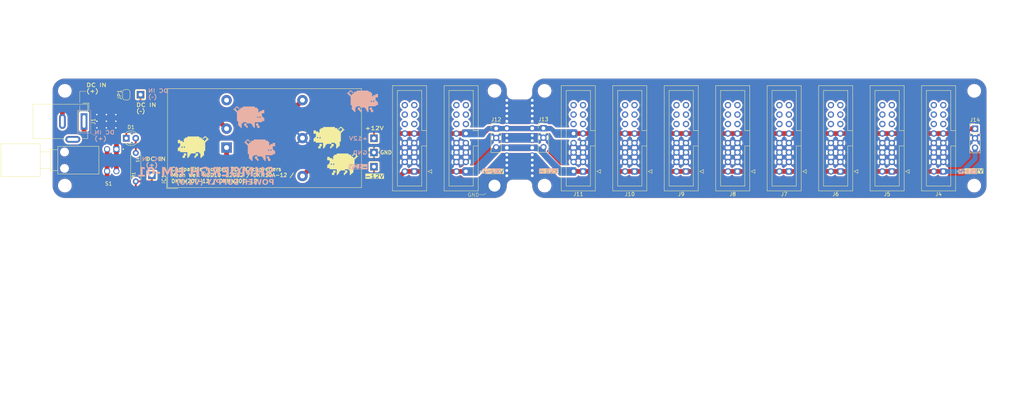
<source format=kicad_pcb>
(kicad_pcb (version 20241229) (generator "pcbnew") (generator_version "9.0")
  (layers (0 "F.Cu" signal) (2 "B.Cu" signal) (13 "F.Paste" user) (15 "B.Paste" user) (5 "F.SilkS" user "F.Silkscreen") (7 "B.SilkS" user "B.Silkscreen") (1 "F.Mask" user) (3 "B.Mask" user) (25 "Edge.Cuts" user))
  (net 0 "")
  (net 1 "DC_IN_-")
  (net 2 "Net-(D1-A)")
  (net 3 "GND")
  (net 4 "+12V")
  (net 5 "DC_IN_+")
  (net 7 "-12V")
  (net 9 "Net-(J1-Pad1)")
  (footprint "Converter_DCDC:Converter_DCDC_MeanWell_NSD10_THT" (layer "F.Cu") (at 73.58 98.5025 90)
    (property "Reference" "IC1" (at -8.46 -16.78 90) (layer "F.SilkS"))
    (property "Value" "ISOLATED_DC-DC_CONV")
    (pad "1" thru_hole rect (at 0 0 90) (size 2.8 2.8) (drill 1.3) (layers "*.Cu" "*.Mask") (net 5 "DC_IN_+"))
    (pad "2" thru_hole circle (at 5.08 0 90) (size 2.8 2.8) (drill 1.3) (layers "*.Cu" "*.Mask") (net 1 "DC_IN_-"))
    (pad "3" thru_hole circle (at -7.62 20.32 90) (size 2.8 2.8) (drill 1.3) (layers "*.Cu" "*.Mask") (net 4 "+12V"))
    (pad "4" thru_hole circle (at 2.54 20.32 90) (size 2.8 2.8) (drill 1.3) (layers "*.Cu" "*.Mask") (net 3 "GND"))
    (pad "5" thru_hole circle (at 12.7 20.32 90) (size 2.8 2.8) (drill 1.3) (layers "*.Cu" "*.Mask") (net 7 "-12V"))
    (pad "6" thru_hole circle (at 12.7 0 90) (size 2.8 2.8) (drill 1.3) (layers "*.Cu" "*.Mask"))
  )
  (footprint "MountingHole:MountingHole_3.2mm_M3_DIN965" (layer "F.Cu") (at 273.7 108.7)
    (property "Reference" "H6" (hide yes))
    (property "Value" "MountingHole")
    (pad "" np_thru_hole circle (at 0 0) (size 3.2 3.2) (drill 3.2) (layers "*.Cu" "*.Mask"))
  )
  (footprint "Connector_IDC:IDC-Header_2x08_P2.54mm_Vertical" (layer "F.Cu") (at 210.327143 104.89 180)
    (property "Reference" "J8" (at 1.27 -6.1 0) (layer "F.SilkS"))
    (property "Value" "Conn_02x08_Odd_Even")
    (pad "1" thru_hole roundrect (at 0 0 180) (size 1.7 1.7) (drill 1) (layers "*.Cu" "*.Mask") (roundrect_rratio 0.147059) (net 7 "-12V"))
    (pad "2" thru_hole circle (at 2.54 0 180) (size 1.7 1.7) (drill 1) (layers "*.Cu" "*.Mask") (net 7 "-12V"))
    (pad "3" thru_hole circle (at 0 2.54 180) (size 1.7 1.7) (drill 1) (layers "*.Cu" "*.Mask") (net 3 "GND"))
    (pad "4" thru_hole circle (at 2.54 2.54 180) (size 1.7 1.7) (drill 1) (layers "*.Cu" "*.Mask") (net 3 "GND"))
    (pad "5" thru_hole circle (at 0 5.08 180) (size 1.7 1.7) (drill 1) (layers "*.Cu" "*.Mask") (net 3 "GND"))
    (pad "6" thru_hole circle (at 2.54 5.08 180) (size 1.7 1.7) (drill 1) (layers "*.Cu" "*.Mask") (net 3 "GND"))
    (pad "7" thru_hole circle (at 0 7.62 180) (size 1.7 1.7) (drill 1) (layers "*.Cu" "*.Mask") (net 3 "GND"))
    (pad "8" thru_hole circle (at 2.54 7.62 180) (size 1.7 1.7) (drill 1) (layers "*.Cu" "*.Mask") (net 3 "GND"))
    (pad "9" thru_hole circle (at 0 10.16 180) (size 1.7 1.7) (drill 1) (layers "*.Cu" "*.Mask") (net 4 "+12V"))
    (pad "10" thru_hole circle (at 2.54 10.16 180) (size 1.7 1.7) (drill 1) (layers "*.Cu" "*.Mask") (net 4 "+12V"))
    (pad "11" thru_hole circle (at 0 12.7 180) (size 1.7 1.7) (drill 1) (layers "*.Cu" "*.Mask"))
    (pad "12" thru_hole circle (at 2.54 12.7 180) (size 1.7 1.7) (drill 1) (layers "*.Cu" "*.Mask"))
    (pad "13" thru_hole circle (at 0 15.24 180) (size 1.7 1.7) (drill 1) (layers "*.Cu" "*.Mask"))
    (pad "14" thru_hole circle (at 2.54 15.24 180) (size 1.7 1.7) (drill 1) (layers "*.Cu" "*.Mask"))
    (pad "15" thru_hole circle (at 0 17.78 180) (size 1.7 1.7) (drill 1) (layers "*.Cu" "*.Mask"))
    (pad "16" thru_hole circle (at 2.54 17.78 180) (size 1.7 1.7) (drill 1) (layers "*.Cu" "*.Mask"))
  )
  (footprint "Connector_PinHeader_2.54mm:PinHeader_1x03_P2.54mm_Vertical" (layer "F.Cu") (at 273.9136 93.46)
    (property "Reference" "J14" (at 0 -2.38 0) (layer "F.SilkS"))
    (property "Value" "Conn_01x03")
    (pad "1" thru_hole rect (at 0 0) (size 1.7 1.7) (drill 1) (layers "*.Cu" "*.Mask") (net 4 "+12V"))
    (pad "2" thru_hole circle (at 0 2.54) (size 1.7 1.7) (drill 1) (layers "*.Cu" "*.Mask") (net 3 "GND"))
    (pad "3" thru_hole circle (at 0 5.08) (size 1.7 1.7) (drill 1) (layers "*.Cu" "*.Mask") (net 7 "-12V"))
  )
  (footprint "Shmoergh_Custom_Footprints:R_Axial_DIN0207_L6.3mm_D2.5mm_P7.62mm_Horizontal" (layer "F.Cu") (at 49.276 107.569 90)
    (property "Reference" "R1" (at 0.85 -0.55 90) (layer "F.SilkS") (effects (font (size 0.8 0.8)) (justify left)))
    (property "Value" "1k" (at 6.6 0.5 90) (layer "F.SilkS") (effects (font (size 0.8 0.8)) (justify right)))
    (pad "1" thru_hole circle (at 0 0 90) (size 1.6 1.6) (drill 0.8) (layers "*.Cu" "*.Mask") (net 5 "DC_IN_+"))
    (pad "2" thru_hole oval (at 7.62 0 90) (size 1.6 1.6) (drill 0.8) (layers "*.Cu" "*.Mask") (net 2 "Net-(D1-A)"))
  )
  (footprint "Shmoergh_Logo:Gyeszno" (layer "F.Cu") (at 64.6684 98.3996)
    (property "Reference" "G***" (hide yes))
    (property "Value" "LOGO" (hide yes))
  )
  (footprint "MountingHole:MountingHole_3.2mm_M3_DIN965" (layer "F.Cu") (at 273.7 83.3)
    (property "Reference" "H2" (hide yes))
    (property "Value" "MountingHole")
    (pad "" np_thru_hole circle (at 0 0) (size 3.2 3.2) (drill 3.2) (layers "*.Cu" "*.Mask"))
  )
  (footprint "MountingHole:MountingHole_3.2mm_M3_DIN965_Pad" (layer "F.Cu") (at 145.3 108.7)
    (property "Reference" "H9" (hide yes))
    (property "Value" "MountingHole_Pad")
    (pad "1" thru_hole circle (at 0 0) (size 5.6 5.6) (drill 3.2) (layers "*.Cu" "*.Mask") (net 3 "GND"))
  )
  (footprint "Connector_BarrelJack:BarrelJack_Wuerth_6941xx301002" (layer "F.Cu") (at 35.432 91.5 -90)
    (property "Reference" "J1" (at 0 -2.5 270) (layer "F.SilkS"))
    (property "Value" "Barrel_Jack_Switch")
    (pad "1" thru_hole rect (at 0 0 270) (size 4.4 1.8) (drill oval 3.4 0.8) (layers "*.Cu" "*.Mask") (net 9 "Net-(J1-Pad1)"))
    (pad "2" thru_hole oval (at 0 5.8 270) (size 4 1.8) (drill oval 3 0.8) (layers "*.Cu" "*.Mask") (net 1 "DC_IN_-"))
    (pad "3" thru_hole oval (at 4.8 3) (size 4 1.8) (drill oval 3 0.8) (layers "*.Cu" "*.Mask"))
  )
  (footprint "Connector_IDC:IDC-Header_2x08_P2.54mm_Vertical" (layer "F.Cu") (at 224.102857 104.89 180)
    (property "Reference" "J7" (at 1.27 -6.1 0) (layer "F.SilkS"))
    (property "Value" "Conn_02x08_Odd_Even")
    (pad "1" thru_hole roundrect (at 0 0 180) (size 1.7 1.7) (drill 1) (layers "*.Cu" "*.Mask") (roundrect_rratio 0.147059) (net 7 "-12V"))
    (pad "2" thru_hole circle (at 2.54 0 180) (size 1.7 1.7) (drill 1) (layers "*.Cu" "*.Mask") (net 7 "-12V"))
    (pad "3" thru_hole circle (at 0 2.54 180) (size 1.7 1.7) (drill 1) (layers "*.Cu" "*.Mask") (net 3 "GND"))
    (pad "4" thru_hole circle (at 2.54 2.54 180) (size 1.7 1.7) (drill 1) (layers "*.Cu" "*.Mask") (net 3 "GND"))
    (pad "5" thru_hole circle (at 0 5.08 180) (size 1.7 1.7) (drill 1) (layers "*.Cu" "*.Mask") (net 3 "GND"))
    (pad "6" thru_hole circle (at 2.54 5.08 180) (size 1.7 1.7) (drill 1) (layers "*.Cu" "*.Mask") (net 3 "GND"))
    (pad "7" thru_hole circle (at 0 7.62 180) (size 1.7 1.7) (drill 1) (layers "*.Cu" "*.Mask") (net 3 "GND"))
    (pad "8" thru_hole circle (at 2.54 7.62 180) (size 1.7 1.7) (drill 1) (layers "*.Cu" "*.Mask") (net 3 "GND"))
    (pad "9" thru_hole circle (at 0 10.16 180) (size 1.7 1.7) (drill 1) (layers "*.Cu" "*.Mask") (net 4 "+12V"))
    (pad "10" thru_hole circle (at 2.54 10.16 180) (size 1.7 1.7) (drill 1) (layers "*.Cu" "*.Mask") (net 4 "+12V"))
    (pad "11" thru_hole circle (at 0 12.7 180) (size 1.7 1.7) (drill 1) (layers "*.Cu" "*.Mask"))
    (pad "12" thru_hole circle (at 2.54 12.7 180) (size 1.7 1.7) (drill 1) (layers "*.Cu" "*.Mask"))
    (pad "13" thru_hole circle (at 0 15.24 180) (size 1.7 1.7) (drill 1) (layers "*.Cu" "*.Mask"))
    (pad "14" thru_hole circle (at 2.54 15.24 180) (size 1.7 1.7) (drill 1) (layers "*.Cu" "*.Mask"))
    (pad "15" thru_hole circle (at 0 17.78 180) (size 1.7 1.7) (drill 1) (layers "*.Cu" "*.Mask"))
    (pad "16" thru_hole circle (at 2.54 17.78 180) (size 1.7 1.7) (drill 1) (layers "*.Cu" "*.Mask"))
  )
  (footprint "LED_THT:LED_D3.0mm" (layer "F.Cu") (at 46.73 96)
    (property "Reference" "D1" (at 1.27 -2.96 0) (layer "F.SilkS"))
    (property "Value" "LED")
    (pad "1" thru_hole rect (at 0 0) (size 1.8 1.8) (drill 0.9) (layers "*.Cu" "*.Mask") (net 1 "DC_IN_-"))
    (pad "2" thru_hole circle (at 2.54 0) (size 1.8 1.8) (drill 0.9) (layers "*.Cu" "*.Mask") (net 2 "Net-(D1-A)"))
  )
  (footprint "Shmoergh_Logo:Gyeszno" (layer "F.Cu") (at 100.9904 95.8596)
    (property "Reference" "G***" (hide yes))
    (property "Value" "LOGO" (hide yes))
  )
  (footprint "Connector_IDC:IDC-Header_2x08_P2.54mm_Vertical" (layer "F.Cu") (at 196.551429 104.89 180)
    (property "Reference" "J9" (at 1.27 -6.1 0) (layer "F.SilkS"))
    (property "Value" "Conn_02x08_Odd_Even")
    (pad "1" thru_hole roundrect (at 0 0 180) (size 1.7 1.7) (drill 1) (layers "*.Cu" "*.Mask") (roundrect_rratio 0.147059) (net 7 "-12V"))
    (pad "2" thru_hole circle (at 2.54 0 180) (size 1.7 1.7) (drill 1) (layers "*.Cu" "*.Mask") (net 7 "-12V"))
    (pad "3" thru_hole circle (at 0 2.54 180) (size 1.7 1.7) (drill 1) (layers "*.Cu" "*.Mask") (net 3 "GND"))
    (pad "4" thru_hole circle (at 2.54 2.54 180) (size 1.7 1.7) (drill 1) (layers "*.Cu" "*.Mask") (net 3 "GND"))
    (pad "5" thru_hole circle (at 0 5.08 180) (size 1.7 1.7) (drill 1) (layers "*.Cu" "*.Mask") (net 3 "GND"))
    (pad "6" thru_hole circle (at 2.54 5.08 180) (size 1.7 1.7) (drill 1) (layers "*.Cu" "*.Mask") (net 3 "GND"))
    (pad "7" thru_hole circle (at 0 7.62 180) (size 1.7 1.7) (drill 1) (layers "*.Cu" "*.Mask") (net 3 "GND"))
    (pad "8" thru_hole circle (at 2.54 7.62 180) (size 1.7 1.7) (drill 1) (layers "*.Cu" "*.Mask") (net 3 "GND"))
    (pad "9" thru_hole circle (at 0 10.16 180) (size 1.7 1.7) (drill 1) (layers "*.Cu" "*.Mask") (net 4 "+12V"))
    (pad "10" thru_hole circle (at 2.54 10.16 180) (size 1.7 1.7) (drill 1) (layers "*.Cu" "*.Mask") (net 4 "+12V"))
    (pad "11" thru_hole circle (at 0 12.7 180) (size 1.7 1.7) (drill 1) (layers "*.Cu" "*.Mask"))
    (pad "12" thru_hole circle (at 2.54 12.7 180) (size 1.7 1.7) (drill 1) (layers "*.Cu" "*.Mask"))
    (pad "13" thru_hole circle (at 0 15.24 180) (size 1.7 1.7) (drill 1) (layers "*.Cu" "*.Mask"))
    (pad "14" thru_hole circle (at 2.54 15.24 180) (size 1.7 1.7) (drill 1) (layers "*.Cu" "*.Mask"))
    (pad "15" thru_hole circle (at 0 17.78 180) (size 1.7 1.7) (drill 1) (layers "*.Cu" "*.Mask"))
    (pad "16" thru_hole circle (at 2.54 17.78 180) (size 1.7 1.7) (drill 1) (layers "*.Cu" "*.Mask"))
  )
  (footprint "TestPoint:TestPoint_THTPad_2.0x2.0mm_Drill1.0mm" (layer "F.Cu") (at 50.546 84.328)
    (property "Reference" "TP2" (hide yes))
    (property "Value" "TestPoint")
    (pad "1" thru_hole rect (at 0 0) (size 2 2) (drill 1) (layers "*.Cu" "*.Mask") (net 1 "DC_IN_-"))
  )
  (footprint "MountingHole:MountingHole_3.2mm_M3_DIN965" (layer "F.Cu") (at 145.3 83.3)
    (property "Reference" "H5" (hide yes))
    (property "Value" "MountingHole")
    (pad "" np_thru_hole circle (at 0 0) (size 3.2 3.2) (drill 3.2) (layers "*.Cu" "*.Mask"))
  )
  (footprint "TestPoint:TestPoint_THTPad_2.0x2.0mm_Drill1.0mm" (layer "F.Cu") (at 113.03 96.012)
    (property "Reference" "TP4" (hide yes))
    (property "Value" "TestPoint")
    (pad "1" thru_hole rect (at 0 0) (size 2 2) (drill 1) (layers "*.Cu" "*.Mask") (net 4 "+12V"))
  )
  (footprint "Connector_IDC:IDC-Header_2x08_P2.54mm_Vertical" (layer "F.Cu") (at 237.878571 104.89 180)
    (property "Reference" "J6" (at 1.27 -6.1 0) (layer "F.SilkS"))
    (property "Value" "Conn_02x08_Odd_Even")
    (pad "1" thru_hole roundrect (at 0 0 180) (size 1.7 1.7) (drill 1) (layers "*.Cu" "*.Mask") (roundrect_rratio 0.147059) (net 7 "-12V"))
    (pad "2" thru_hole circle (at 2.54 0 180) (size 1.7 1.7) (drill 1) (layers "*.Cu" "*.Mask") (net 7 "-12V"))
    (pad "3" thru_hole circle (at 0 2.54 180) (size 1.7 1.7) (drill 1) (layers "*.Cu" "*.Mask") (net 3 "GND"))
    (pad "4" thru_hole circle (at 2.54 2.54 180) (size 1.7 1.7) (drill 1) (layers "*.Cu" "*.Mask") (net 3 "GND"))
    (pad "5" thru_hole circle (at 0 5.08 180) (size 1.7 1.7) (drill 1) (layers "*.Cu" "*.Mask") (net 3 "GND"))
    (pad "6" thru_hole circle (at 2.54 5.08 180) (size 1.7 1.7) (drill 1) (layers "*.Cu" "*.Mask") (net 3 "GND"))
    (pad "7" thru_hole circle (at 0 7.62 180) (size 1.7 1.7) (drill 1) (layers "*.Cu" "*.Mask") (net 3 "GND"))
    (pad "8" thru_hole circle (at 2.54 7.62 180) (size 1.7 1.7) (drill 1) (layers "*.Cu" "*.Mask") (net 3 "GND"))
    (pad "9" thru_hole circle (at 0 10.16 180) (size 1.7 1.7) (drill 1) (layers "*.Cu" "*.Mask") (net 4 "+12V"))
    (pad "10" thru_hole circle (at 2.54 10.16 180) (size 1.7 1.7) (drill 1) (layers "*.Cu" "*.Mask") (net 4 "+12V"))
    (pad "11" thru_hole circle (at 0 12.7 180) (size 1.7 1.7) (drill 1) (layers "*.Cu" "*.Mask"))
    (pad "12" thru_hole circle (at 2.54 12.7 180) (size 1.7 1.7) (drill 1) (layers "*.Cu" "*.Mask"))
    (pad "13" thru_hole circle (at 0 15.24 180) (size 1.7 1.7) (drill 1) (layers "*.Cu" "*.Mask"))
    (pad "14" thru_hole circle (at 2.54 15.24 180) (size 1.7 1.7) (drill 1) (layers "*.Cu" "*.Mask"))
    (pad "15" thru_hole circle (at 0 17.78 180) (size 1.7 1.7) (drill 1) (layers "*.Cu" "*.Mask"))
    (pad "16" thru_hole circle (at 2.54 17.78 180) (size 1.7 1.7) (drill 1) (layers "*.Cu" "*.Mask"))
  )
  (footprint "Connector_IDC:IDC-Header_2x08_P2.54mm_Vertical" (layer "F.Cu") (at 169 104.89 180)
    (property "Reference" "J11" (at 1.27 -6.1 0) (layer "F.SilkS"))
    (property "Value" "Conn_02x08_Odd_Even")
    (pad "1" thru_hole roundrect (at 0 0 180) (size 1.7 1.7) (drill 1) (layers "*.Cu" "*.Mask") (roundrect_rratio 0.147059) (net 7 "-12V"))
    (pad "2" thru_hole circle (at 2.54 0 180) (size 1.7 1.7) (drill 1) (layers "*.Cu" "*.Mask") (net 7 "-12V"))
    (pad "3" thru_hole circle (at 0 2.54 180) (size 1.7 1.7) (drill 1) (layers "*.Cu" "*.Mask") (net 3 "GND"))
    (pad "4" thru_hole circle (at 2.54 2.54 180) (size 1.7 1.7) (drill 1) (layers "*.Cu" "*.Mask") (net 3 "GND"))
    (pad "5" thru_hole circle (at 0 5.08 180) (size 1.7 1.7) (drill 1) (layers "*.Cu" "*.Mask") (net 3 "GND"))
    (pad "6" thru_hole circle (at 2.54 5.08 180) (size 1.7 1.7) (drill 1) (layers "*.Cu" "*.Mask") (net 3 "GND"))
    (pad "7" thru_hole circle (at 0 7.62 180) (size 1.7 1.7) (drill 1) (layers "*.Cu" "*.Mask") (net 3 "GND"))
    (pad "8" thru_hole circle (at 2.54 7.62 180) (size 1.7 1.7) (drill 1) (layers "*.Cu" "*.Mask") (net 3 "GND"))
    (pad "9" thru_hole circle (at 0 10.16 180) (size 1.7 1.7) (drill 1) (layers "*.Cu" "*.Mask") (net 4 "+12V"))
    (pad "10" thru_hole circle (at 2.54 10.16 180) (size 1.7 1.7) (drill 1) (layers "*.Cu" "*.Mask") (net 4 "+12V"))
    (pad "11" thru_hole circle (at 0 12.7 180) (size 1.7 1.7) (drill 1) (layers "*.Cu" "*.Mask"))
    (pad "12" thru_hole circle (at 2.54 12.7 180) (size 1.7 1.7) (drill 1) (layers "*.Cu" "*.Mask"))
    (pad "13" thru_hole circle (at 0 15.24 180) (size 1.7 1.7) (drill 1) (layers "*.Cu" "*.Mask"))
    (pad "14" thru_hole circle (at 2.54 15.24 180) (size 1.7 1.7) (drill 1) (layers "*.Cu" "*.Mask"))
    (pad "15" thru_hole circle (at 0 17.78 180) (size 1.7 1.7) (drill 1) (layers "*.Cu" "*.Mask"))
    (pad "16" thru_hole circle (at 2.54 17.78 180) (size 1.7 1.7) (drill 1) (layers "*.Cu" "*.Mask"))
  )
  (footprint "Connector_IDC:IDC-Header_2x08_P2.54mm_Vertical" (layer "F.Cu") (at 182.775714 104.89 180)
    (property "Reference" "J10" (at 1.27 -6.1 0) (layer "F.SilkS"))
    (property "Value" "Conn_02x08_Odd_Even")
    (pad "1" thru_hole roundrect (at 0 0 180) (size 1.7 1.7) (drill 1) (layers "*.Cu" "*.Mask") (roundrect_rratio 0.147059) (net 7 "-12V"))
    (pad "2" thru_hole circle (at 2.54 0 180) (size 1.7 1.7) (drill 1) (layers "*.Cu" "*.Mask") (net 7 "-12V"))
    (pad "3" thru_hole circle (at 0 2.54 180) (size 1.7 1.7) (drill 1) (layers "*.Cu" "*.Mask") (net 3 "GND"))
    (pad "4" thru_hole circle (at 2.54 2.54 180) (size 1.7 1.7) (drill 1) (layers "*.Cu" "*.Mask") (net 3 "GND"))
    (pad "5" thru_hole circle (at 0 5.08 180) (size 1.7 1.7) (drill 1) (layers "*.Cu" "*.Mask") (net 3 "GND"))
    (pad "6" thru_hole circle (at 2.54 5.08 180) (size 1.7 1.7) (drill 1) (layers "*.Cu" "*.Mask") (net 3 "GND"))
    (pad "7" thru_hole circle (at 0 7.62 180) (size 1.7 1.7) (drill 1) (layers "*.Cu" "*.Mask") (net 3 "GND"))
    (pad "8" thru_hole circle (at 2.54 7.62 180) (size 1.7 1.7) (drill 1) (layers "*.Cu" "*.Mask") (net 3 "GND"))
    (pad "9" thru_hole circle (at 0 10.16 180) (size 1.7 1.7) (drill 1) (layers "*.Cu" "*.Mask") (net 4 "+12V"))
    (pad "10" thru_hole circle (at 2.54 10.16 180) (size 1.7 1.7) (drill 1) (layers "*.Cu" "*.Mask") (net 4 "+12V"))
    (pad "11" thru_hole circle (at 0 12.7 180) (size 1.7 1.7) (drill 1) (layers "*.Cu" "*.Mask"))
    (pad "12" thru_hole circle (at 2.54 12.7 180) (size 1.7 1.7) (drill 1) (layers "*.Cu" "*.Mask"))
    (pad "13" thru_hole circle (at 0 15.24 180) (size 1.7 1.7) (drill 1) (layers "*.Cu" "*.Mask"))
    (pad "14" thru_hole circle (at 2.54 15.24 180) (size 1.7 1.7) (drill 1) (layers "*.Cu" "*.Mask"))
    (pad "15" thru_hole circle (at 0 17.78 180) (size 1.7 1.7) (drill 1) (layers "*.Cu" "*.Mask"))
    (pad "16" thru_hole circle (at 2.54 17.78 180) (size 1.7 1.7) (drill 1) (layers "*.Cu" "*.Mask"))
  )
  (footprint "Connector_PinHeader_2.54mm:PinHeader_1x03_P2.54mm_Vertical" (layer "F.Cu") (at 145.7452 93.3704)
    (property "Reference" "J12" (at 0 -2.38 0) (layer "F.SilkS"))
    (property "Value" "Conn_01x03")
    (pad "1" thru_hole rect (at 0 0) (size 1.7 1.7) (drill 1) (layers "*.Cu" "*.Mask") (net 4 "+12V"))
    (pad "2" thru_hole circle (at 0 2.54) (size 1.7 1.7) (drill 1) (layers "*.Cu" "*.Mask") (net 3 "GND"))
    (pad "3" thru_hole circle (at 0 5.08) (size 1.7 1.7) (drill 1) (layers "*.Cu" "*.Mask") (net 7 "-12V"))
  )
  (footprint "MountingHole:MountingHole_3.2mm_M3_DIN965" (layer "F.Cu") (at 30.3 108.7)
    (property "Reference" "H4" (hide yes))
    (property "Value" "MountingHole")
    (pad "" np_thru_hole circle (at 0 0) (size 3.2 3.2) (drill 3.2) (layers "*.Cu" "*.Mask"))
  )
  (footprint "Connector_IDC:IDC-Header_2x08_P2.54mm_Vertical" (layer "F.Cu") (at 265.43 104.89 180)
    (property "Reference" "J4" (at 1.27 -6.1 0) (layer "F.SilkS"))
    (property "Value" "Conn_02x08_Odd_Even")
    (pad "1" thru_hole roundrect (at 0 0 180) (size 1.7 1.7) (drill 1) (layers "*.Cu" "*.Mask") (roundrect_rratio 0.147059) (net 7 "-12V"))
    (pad "2" thru_hole circle (at 2.54 0 180) (size 1.7 1.7) (drill 1) (layers "*.Cu" "*.Mask") (net 7 "-12V"))
    (pad "3" thru_hole circle (at 0 2.54 180) (size 1.7 1.7) (drill 1) (layers "*.Cu" "*.Mask") (net 3 "GND"))
    (pad "4" thru_hole circle (at 2.54 2.54 180) (size 1.7 1.7) (drill 1) (layers "*.Cu" "*.Mask") (net 3 "GND"))
    (pad "5" thru_hole circle (at 0 5.08 180) (size 1.7 1.7) (drill 1) (layers "*.Cu" "*.Mask") (net 3 "GND"))
    (pad "6" thru_hole circle (at 2.54 5.08 180) (size 1.7 1.7) (drill 1) (layers "*.Cu" "*.Mask") (net 3 "GND"))
    (pad "7" thru_hole circle (at 0 7.62 180) (size 1.7 1.7) (drill 1) (layers "*.Cu" "*.Mask") (net 3 "GND"))
    (pad "8" thru_hole circle (at 2.54 7.62 180) (size 1.7 1.7) (drill 1) (layers "*.Cu" "*.Mask") (net 3 "GND"))
    (pad "9" thru_hole circle (at 0 10.16 180) (size 1.7 1.7) (drill 1) (layers "*.Cu" "*.Mask") (net 4 "+12V"))
    (pad "10" thru_hole circle (at 2.54 10.16 180) (size 1.7 1.7) (drill 1) (layers "*.Cu" "*.Mask") (net 4 "+12V"))
    (pad "11" thru_hole circle (at 0 12.7 180) (size 1.7 1.7) (drill 1) (layers "*.Cu" "*.Mask"))
    (pad "12" thru_hole circle (at 2.54 12.7 180) (size 1.7 1.7) (drill 1) (layers "*.Cu" "*.Mask"))
    (pad "13" thru_hole circle (at 0 15.24 180) (size 1.7 1.7) (drill 1) (layers "*.Cu" "*.Mask"))
    (pad "14" thru_hole circle (at 2.54 15.24 180) (size 1.7 1.7) (drill 1) (layers "*.Cu" "*.Mask"))
    (pad "15" thru_hole circle (at 0 17.78 180) (size 1.7 1.7) (drill 1) (layers "*.Cu" "*.Mask"))
    (pad "16" thru_hole circle (at 2.54 17.78 180) (size 1.7 1.7) (drill 1) (layers "*.Cu" "*.Mask"))
  )
  (footprint "Connector_IDC:IDC-Header_2x08_P2.54mm_Vertical" (layer "F.Cu") (at 137.641 104.89 180)
    (property "Reference" "J2" (hide yes))
    (property "Value" "Conn_02x08_Odd_Even")
    (pad "1" thru_hole roundrect (at 0 0 180) (size 1.7 1.7) (drill 1) (layers "*.Cu" "*.Mask") (roundrect_rratio 0.147059) (net 7 "-12V"))
    (pad "2" thru_hole circle (at 2.54 0 180) (size 1.7 1.7) (drill 1) (layers "*.Cu" "*.Mask") (net 7 "-12V"))
    (pad "3" thru_hole circle (at 0 2.54 180) (size 1.7 1.7) (drill 1) (layers "*.Cu" "*.Mask") (net 3 "GND"))
    (pad "4" thru_hole circle (at 2.54 2.54 180) (size 1.7 1.7) (drill 1) (layers "*.Cu" "*.Mask") (net 3 "GND"))
    (pad "5" thru_hole circle (at 0 5.08 180) (size 1.7 1.7) (drill 1) (layers "*.Cu" "*.Mask") (net 3 "GND"))
    (pad "6" thru_hole circle (at 2.54 5.08 180) (size 1.7 1.7) (drill 1) (layers "*.Cu" "*.Mask") (net 3 "GND"))
    (pad "7" thru_hole circle (at 0 7.62 180) (size 1.7 1.7) (drill 1) (layers "*.Cu" "*.Mask") (net 3 "GND"))
    (pad "8" thru_hole circle (at 2.54 7.62 180) (size 1.7 1.7) (drill 1) (layers "*.Cu" "*.Mask") (net 3 "GND"))
    (pad "9" thru_hole circle (at 0 10.16 180) (size 1.7 1.7) (drill 1) (layers "*.Cu" "*.Mask") (net 4 "+12V"))
    (pad "10" thru_hole circle (at 2.54 10.16 180) (size 1.7 1.7) (drill 1) (layers "*.Cu" "*.Mask") (net 4 "+12V"))
    (pad "11" thru_hole circle (at 0 12.7 180) (size 1.7 1.7) (drill 1) (layers "*.Cu" "*.Mask"))
    (pad "12" thru_hole circle (at 2.54 12.7 180) (size 1.7 1.7) (drill 1) (layers "*.Cu" "*.Mask"))
    (pad "13" thru_hole circle (at 0 15.24 180) (size 1.7 1.7) (drill 1) (layers "*.Cu" "*.Mask"))
    (pad "14" thru_hole circle (at 2.54 15.24 180) (size 1.7 1.7) (drill 1) (layers "*.Cu" "*.Mask"))
    (pad "15" thru_hole circle (at 0 17.78 180) (size 1.7 1.7) (drill 1) (layers "*.Cu" "*.Mask"))
    (pad "16" thru_hole circle (at 2.54 17.78 180) (size 1.7 1.7) (drill 1) (layers "*.Cu" "*.Mask"))
  )
  (footprint "TestPoint:TestPoint_THTPad_2.0x2.0mm_Drill1.0mm" (layer "F.Cu") (at 113.03 103.632)
    (property "Reference" "TP5" (hide yes))
    (property "Value" "TestPoint")
    (pad "1" thru_hole rect (at 0 0) (size 2 2) (drill 1) (layers "*.Cu" "*.Mask") (net 7 "-12V"))
  )
  (footprint "Shmoergh_Custom_Footprints:SW_PB400EEQR1BLK" (layer "F.Cu") (at 42.85 101.883 180)
    (property "Reference" "S1" (at 0.85 -6.285 180) (layer "F.SilkS"))
    (property "Value" "PB400EEQR1BLK")
    (pad "" np_thru_hole circle (at 12.65 -2.2 180) (size 1.9 1.9) (drill 1.9) (layers "*.Cu" "*.Mask"))
    (pad "" np_thru_hole circle (at 12.65 2.2 180) (size 1.9 1.9) (drill 1.9) (layers "*.Cu" "*.Mask"))
    (pad "1" thru_hole rect (at -1.25 2.95 180) (size 1.65 1.65) (drill 1.1) (layers "*.Cu" "*.Mask") (net 9 "Net-(J1-Pad1)"))
    (pad "2" thru_hole circle (at 1.25 2.95 180) (size 1.65 1.65) (drill 1.1) (layers "*.Cu" "*.Mask") (net 5 "DC_IN_+"))
    (pad "3" thru_hole circle (at -1.25 -2.95 180) (size 1.65 1.65) (drill 1.1) (layers "*.Cu" "*.Mask") (net 9 "Net-(J1-Pad1)"))
    (pad "4" thru_hole circle (at 1.25 -2.95 180) (size 1.65 1.65) (drill 1.1) (layers "*.Cu" "*.Mask") (net 5 "DC_IN_+"))
  )
  (footprint "MountingHole:MountingHole_3.2mm_M3_DIN965" (layer "F.Cu") (at 158.7 108.7)
    (property "Reference" "H3" (hide yes))
    (property "Value" "MountingHole")
    (pad "" np_thru_hole circle (at 0 0) (size 3.2 3.2) (drill 3.2) (layers "*.Cu" "*.Mask"))
  )
  (footprint "Connector_IDC:IDC-Header_2x08_P2.54mm_Vertical" (layer "F.Cu") (at 251.654286 104.89 180)
    (property "Reference" "J5" (at 1.27 -6.1 0) (layer "F.SilkS"))
    (property "Value" "Conn_02x08_Odd_Even")
    (pad "1" thru_hole roundrect (at 0 0 180) (size 1.7 1.7) (drill 1) (layers "*.Cu" "*.Mask") (roundrect_rratio 0.147059) (net 7 "-12V"))
    (pad "2" thru_hole circle (at 2.54 0 180) (size 1.7 1.7) (drill 1) (layers "*.Cu" "*.Mask") (net 7 "-12V"))
    (pad "3" thru_hole circle (at 0 2.54 180) (size 1.7 1.7) (drill 1) (layers "*.Cu" "*.Mask") (net 3 "GND"))
    (pad "4" thru_hole circle (at 2.54 2.54 180) (size 1.7 1.7) (drill 1) (layers "*.Cu" "*.Mask") (net 3 "GND"))
    (pad "5" thru_hole circle (at 0 5.08 180) (size 1.7 1.7) (drill 1) (layers "*.Cu" "*.Mask") (net 3 "GND"))
    (pad "6" thru_hole circle (at 2.54 5.08 180) (size 1.7 1.7) (drill 1) (layers "*.Cu" "*.Mask") (net 3 "GND"))
    (pad "7" thru_hole circle (at 0 7.62 180) (size 1.7 1.7) (drill 1) (layers "*.Cu" "*.Mask") (net 3 "GND"))
    (pad "8" thru_hole circle (at 2.54 7.62 180) (size 1.7 1.7) (drill 1) (layers "*.Cu" "*.Mask") (net 3 "GND"))
    (pad "9" thru_hole circle (at 0 10.16 180) (size 1.7 1.7) (drill 1) (layers "*.Cu" "*.Mask") (net 4 "+12V"))
    (pad "10" thru_hole circle (at 2.54 10.16 180) (size 1.7 1.7) (drill 1) (layers "*.Cu" "*.Mask") (net 4 "+12V"))
    (pad "11" thru_hole circle (at 0 12.7 180) (size 1.7 1.7) (drill 1) (layers "*.Cu" "*.Mask"))
    (pad "12" thru_hole circle (at 2.54 12.7 180) (size 1.7 1.7) (drill 1) (layers "*.Cu" "*.Mask"))
    (pad "13" thru_hole circle (at 0 15.24 180) (size 1.7 1.7) (drill 1) (layers "*.Cu" "*.Mask"))
    (pad "14" thru_hole circle (at 2.54 15.24 180) (size 1.7 1.7) (drill 1) (layers "*.Cu" "*.Mask"))
    (pad "15" thru_hole circle (at 0 17.78 180) (size 1.7 1.7) (drill 1) (layers "*.Cu" "*.Mask"))
    (pad "16" thru_hole circle (at 2.54 17.78 180) (size 1.7 1.7) (drill 1) (layers "*.Cu" "*.Mask"))
  )
  (footprint "Connector_PinHeader_2.54mm:PinHeader_1x03_P2.54mm_Vertical" (layer "F.Cu") (at 158.3944 93.3196)
    (property "Reference" "J13" (at 0 -2.38 0) (layer "F.SilkS"))
    (property "Value" "Conn_01x03")
    (pad "1" thru_hole rect (at 0 0) (size 1.7 1.7) (drill 1) (layers "*.Cu" "*.Mask") (net 4 "+12V"))
    (pad "2" thru_hole circle (at 0 2.54) (size 1.7 1.7) (drill 1) (layers "*.Cu" "*.Mask") (net 3 "GND"))
    (pad "3" thru_hole circle (at 0 5.08) (size 1.7 1.7) (drill 1) (layers "*.Cu" "*.Mask") (net 7 "-12V"))
  )
  (footprint "Connector_IDC:IDC-Header_2x08_P2.54mm_Vertical" (layer "F.Cu") (at 123.825 104.89 180)
    (property "Reference" "J3" (hide yes))
    (property "Value" "Conn_02x08_Odd_Even")
    (pad "1" thru_hole roundrect (at 0 0 180) (size 1.7 1.7) (drill 1) (layers "*.Cu" "*.Mask") (roundrect_rratio 0.147059) (net 7 "-12V"))
    (pad "2" thru_hole circle (at 2.54 0 180) (size 1.7 1.7) (drill 1) (layers "*.Cu" "*.Mask") (net 7 "-12V"))
    (pad "3" thru_hole circle (at 0 2.54 180) (size 1.7 1.7) (drill 1) (layers "*.Cu" "*.Mask") (net 3 "GND"))
    (pad "4" thru_hole circle (at 2.54 2.54 180) (size 1.7 1.7) (drill 1) (layers "*.Cu" "*.Mask") (net 3 "GND"))
    (pad "5" thru_hole circle (at 0 5.08 180) (size 1.7 1.7) (drill 1) (layers "*.Cu" "*.Mask") (net 3 "GND"))
    (pad "6" thru_hole circle (at 2.54 5.08 180) (size 1.7 1.7) (drill 1) (layers "*.Cu" "*.Mask") (net 3 "GND"))
    (pad "7" thru_hole circle (at 0 7.62 180) (size 1.7 1.7) (drill 1) (layers "*.Cu" "*.Mask") (net 3 "GND"))
    (pad "8" thru_hole circle (at 2.54 7.62 180) (size 1.7 1.7) (drill 1) (layers "*.Cu" "*.Mask") (net 3 "GND"))
    (pad "9" thru_hole circle (at 0 10.16 180) (size 1.7 1.7) (drill 1) (layers "*.Cu" "*.Mask") (net 4 "+12V"))
    (pad "10" thru_hole circle (at 2.54 10.16 180) (size 1.7 1.7) (drill 1) (layers "*.Cu" "*.Mask") (net 4 "+12V"))
    (pad "11" thru_hole circle (at 0 12.7 180) (size 1.7 1.7) (drill 1) (layers "*.Cu" "*.Mask"))
    (pad "12" thru_hole circle (at 2.54 12.7 180) (size 1.7 1.7) (drill 1) (layers "*.Cu" "*.Mask"))
    (pad "13" thru_hole circle (at 0 15.24 180) (size 1.7 1.7) (drill 1) (layers "*.Cu" "*.Mask"))
    (pad "14" thru_hole circle (at 2.54 15.24 180) (size 1.7 1.7) (drill 1) (layers "*.Cu" "*.Mask"))
    (pad "15" thru_hole circle (at 0 17.78 180) (size 1.7 1.7) (drill 1) (layers "*.Cu" "*.Mask"))
    (pad "16" thru_hole circle (at 2.54 17.78 180) (size 1.7 1.7) (drill 1) (layers "*.Cu" "*.Mask"))
  )
  (footprint "Shmoergh_Logo:Gyeszno" (layer "F.Cu") (at 104.648 102.9716)
    (property "Reference" "G***" (hide yes))
    (property "Value" "LOGO" (hide yes))
  )
  (footprint "Jumper:SolderJumper-2_P1.3mm_Bridged2Bar_RoundedPad1.0x1.5mm" (layer "F.Cu") (at 46.736 84.343 90)
    (property "Reference" "JP1" (at 0 -1.8 90) (layer "F.SilkS"))
    (property "Value" "Jumper_2_Open")
    (fp_poly (pts (xy -0.25 -0.6) (xy 0.25 -0.6) (xy 0.25 -0.2) (xy -0.25 -0.2)) (fill yes) (layer "F.Cu"))
    (fp_poly (pts (xy -0.25 0.2) (xy 0.25 0.2) (xy 0.25 0.6) (xy -0.25 0.6)) (fill yes) (layer "F.Cu"))
    (pad "1" smd custom (at -0.65 0 90) (size 1 0.5) (layers "F.Cu" "F.Mask") (net 1 "DC_IN_-") (options (clearance outline) (anchor rect)) (primitives (gr_circle (center 0 0.25) (end 0.5 0.25) (width 0) (fill yes)) (gr_circle (center 0 -0.25) (end 0.5 -0.25) (width 0) (fill yes)) (gr_poly (pts (xy 0.5 0.75) (xy 0 0.75) (xy 0 -0.75) (xy 0.5 -0.75)) (width 0) (fill yes))))
    (pad "2" smd custom (at 0.65 0 90) (size 1 0.5) (layers "F.Cu" "F.Mask") (net 3 "GND") (options (clearance outline) (anchor rect)) (primitives (gr_circle (center 0 0.25) (end 0.5 0.25) (width 0) (fill yes)) (gr_circle (center 0 -0.25) (end 0.5 -0.25) (width 0) (fill yes)) (gr_poly (pts (xy 0 0.75) (xy -0.5 0.75) (xy -0.5 -0.75) (xy 0 -0.75)) (width 0) (fill yes))))
  )
  (footprint "MountingHole:MountingHole_3.2mm_M3_DIN965" (layer "F.Cu") (at 30.3 83.3)
    (property "Reference" "H1" (hide yes))
    (property "Value" "MountingHole")
    (pad "" np_thru_hole circle (at 0 0) (size 3.2 3.2) (drill 3.2) (layers "*.Cu" "*.Mask"))
  )
  (footprint "TestPoint:TestPoint_THTPad_2.0x2.0mm_Drill1.0mm" (layer "F.Cu") (at 53.594 105.918)
    (property "Reference" "TP1" (hide yes))
    (property "Value" "TestPoint")
    (pad "1" thru_hole rect (at 0 0) (size 2 2) (drill 1) (layers "*.Cu" "*.Mask") (net 5 "DC_IN_+"))
  )
  (footprint "TestPoint:TestPoint_THTPad_2.0x2.0mm_Drill1.0mm" (layer "F.Cu") (at 113.03 99.822)
    (property "Reference" "TP3" (hide yes))
    (property "Value" "TestPoint")
    (pad "1" thru_hole rect (at 0 0) (size 2 2) (drill 1) (layers "*.Cu" "*.Mask") (net 3 "GND"))
  )
  (footprint "MountingHole:MountingHole_3.2mm_M3_DIN965" (layer "F.Cu") (at 158.7 83.3)
    (property "Reference" "H7" (hide yes))
    (property "Value" "MountingHole")
    (pad "" np_thru_hole circle (at 0 0) (size 3.2 3.2) (drill 3.2) (layers "*.Cu" "*.Mask"))
  )
  (footprint "Shmoergh_Logo:Gyeszno" (layer "B.Cu") (at 82.4484 99.2124 180)
    (property "Reference" "G***" (hide yes))
    (property "Value" "LOGO" (hide yes))
  )
  (footprint "Shmoergh_Logo:Gyeszno" (layer "B.Cu") (at 109.982 86.106 180)
    (property "Reference" "G***" (hide yes))
    (property "Value" "LOGO" (hide yes))
  )
  (footprint "Shmoergh_Logo:Gyeszno" (layer "B.Cu") (at 79.5528 90.3732 180)
    (property "Reference" "G***" (hide yes))
    (property "Value" "LOGO" (hide yes))
  )
  (gr_line (start 33.909 94.234) (end 36.068 94.234) (stroke (width 0.1)) (layer "F.SilkS"))
  (gr_line (start 33.909 88.773) (end 33.909 94.234) (stroke (width 0.1)) (layer "F.SilkS"))
  (gr_line (start 142.494 111.125) (end 141.224 111.125) (stroke (width 0.1)) (layer "F.SilkS"))
  (gr_line (start 142.494 111.125) (end 143.002 110.744) (stroke (width 0.1)) (layer "F.SilkS"))
  (gr_line (start 34.29 83.439) (end 35.941 83.439) (stroke (width 0.1)) (layer "F.SilkS"))
  (gr_line (start 36.068 88.773) (end 33.909 88.773) (stroke (width 0.1)) (layer "F.SilkS"))
  (gr_line (start 34.29 86.487) (end 34.29 83.439) (stroke (width 0.1)) (layer "F.SilkS"))
  (gr_line (start 34.29 88.773) (end 34.29 87.249) (stroke (width 0.1)) (layer "F.SilkS"))
  (gr_line (start 37.211 94.615) (end 38.481 95.377) (stroke (width 0.1)) (layer "B.SilkS"))
  (gr_rect (start 33.655 88.519) (end 37.211 94.615) (stroke (width 0.1)) (fill no) (layer "B.SilkS"))
  (gr_arc (start 27 83.3) (mid 27.966548 80.966548) (end 30.3 80) (stroke (width 0.05)) (layer "Edge.Cuts"))
  (gr_arc (start 148.6 108.7) (mid 147.633452 111.033452) (end 145.3 112) (stroke (width 0.05)) (layer "Edge.Cuts"))
  (gr_line (start 145.3 112) (end 30.3 112) (stroke (width 0.05)) (layer "Edge.Cuts"))
  (gr_line (start 158.7 80) (end 273.7 80) (stroke (width 0.05)) (layer "Edge.Cuts"))
  (gr_arc (start 148.6 108.7) (mid 149.068629 107.568629) (end 150.2 107.1) (stroke (width 0.05)) (layer "Edge.Cuts"))
  (gr_arc (start 273.7 80) (mid 276.033452 80.966548) (end 277 83.3) (stroke (width 0.05)) (layer "Edge.Cuts"))
  (gr_arc (start 153.8 107.1) (mid 154.931371 107.568629) (end 155.4 108.7) (stroke (width 0.05)) (layer "Edge.Cuts"))
  (gr_line (start 277 83.3) (end 277 108.7) (stroke (width 0.05)) (layer "Edge.Cuts"))
  (gr_arc (start 145.3 80) (mid 147.633452 80.966548) (end 148.6 83.3) (stroke (width 0.05)) (layer "Edge.Cuts"))
  (gr_line (start 155.4 84) (end 155.4 83.3) (stroke (width 0.05)) (layer "Edge.Cuts"))
  (gr_line (start 145.3 80) (end 30.3 80) (stroke (width 0.05)) (layer "Edge.Cuts"))
  (gr_line (start 150.2 85.6) (end 153.8 85.6) (stroke (width 0.05)) (layer "Edge.Cuts"))
  (gr_arc (start 158.7 112) (mid 156.366548 111.033452) (end 155.4 108.7) (stroke (width 0.05)) (layer "Edge.Cuts"))
  (gr_line (start 150.2 107.1) (end 153.8 107.1) (stroke (width 0.05)) (layer "Edge.Cuts"))
  (gr_arc (start 150.2 85.6) (mid 149.068629 85.131371) (end 148.6 84) (stroke (width 0.05)) (layer "Edge.Cuts"))
  (gr_arc (start 155.4 84) (mid 154.931371 85.131371) (end 153.8 85.6) (stroke (width 0.05)) (layer "Edge.Cuts"))
  (gr_arc (start 30.3 112) (mid 27.966548 111.033452) (end 27 108.7) (stroke (width 0.05)) (layer "Edge.Cuts"))
  (gr_arc (start 155.4 83.3) (mid 156.366548 80.966548) (end 158.7 80) (stroke (width 0.05)) (layer "Edge.Cuts"))
  (gr_arc (start 277 108.7) (mid 276.033452 111.033452) (end 273.7 112) (stroke (width 0.05)) (layer "Edge.Cuts"))
  (gr_line (start 27 108.7) (end 27 83.3) (stroke (width 0.05)) (layer "Edge.Cuts"))
  (gr_line (start 158.7 112) (end 273.7 112) (stroke (width 0.05)) (layer "Edge.Cuts"))
  (gr_line (start 148.6 84) (end 148.6 83.3) (stroke (width 0.05)) (layer "Edge.Cuts"))
  (gr_text "+12V" (at 110.5 93.9 0) (layer "F.SilkS") (effects (font (size 1 1.25) (thickness 0.2) (bold yes)) (justify left bottom)))
  (gr_text "-12V" (at 110.5 106.8 0) (layer "F.SilkS" knockout) (effects (font (size 1 1.25) (thickness 0.2) (bold yes)) (justify left bottom)))
  (gr_text "DC IN \n(+)" (at 51.816 103.759 0) (layer "F.SilkS") (effects (font (size 1 1.25) (thickness 0.2) (bold yes)) (justify left bottom)))
  (gr_text "GND" (at 138.049 111.76 0) (layer "F.SilkS") (effects (font (size 1 1) (thickness 0.1)) (justify left bottom)))
  (gr_text "DC IN \n(+)" (at 35.941 83.947 0) (layer "F.SilkS") (effects (font (size 1 1.25) (thickness 0.2) (bold yes)) (justify left bottom)))
  (gr_text "DC IN \n(–)" (at 49.276 89.281 0) (layer "F.SilkS") (effects (font (size 1 1.25) (thickness 0.2) (bold yes)) (justify left bottom)))
  (gr_text "-12V" (at 142.6 105.5 0) (layer "F.SilkS" knockout) (effects (font (size 1 1.25) (thickness 0.2) (bold yes)) (justify left bottom)))
  (gr_text "-12V" (at 270.9 105.39 0) (layer "F.SilkS" knockout) (effects (font (size 1 1.25) (thickness 0.2) (bold yes)) (justify left bottom)))
  (gr_text "-12V" (at 157.2 105.4 0) (layer "F.SilkS" knockout) (effects (font (size 1 1.25) (thickness 0.2) (bold yes)) (justify left bottom)))
  (gr_text "GND" (at 114.6 100.4 0) (layer "F.SilkS") (effects (font (size 1 1) (thickness 0.2) (bold yes)) (justify left bottom)))
  (gr_text "Compatible isolated DC/DC converters \nMean Well NSD10-12D12 / DKM10A-12 /\nDKMW20F-12 / DKMW30F-12\n" (at 58.674 108.077 0) (layer "F.SilkS") (effects (font (size 1 1) (thickness 0.2) (bold yes)) (justify left bottom)))
  (gr_text "DC IN\n(–)" (at 52.451 85.471 0) (layer "B.SilkS") (effects (font (size 1 1.25) (thickness 0.2) (bold yes)) (justify right bottom mirror)))
  (gr_text "-12V" (at 274.701 105.537 0) (layer "B.SilkS" knockout) (effects (font (size 1 1.25) (thickness 0.2) (bold yes)) (justify left bottom mirror)))
  (gr_text "-12V" (at 147.32 105.41 0) (layer "B.SilkS" knockout) (effects (font (size 1 1.25) (thickness 0.2) (bold yes)) (justify left bottom mirror)))
  (gr_text "POWER SUPPLY (V1.0)" (at 86.36 108.712 0) (layer "B.SilkS") (effects (font (size 1.5 1.5) (thickness 0.2) (bold yes)) (justify left bottom mirror)))
  (gr_text "SHMØERGH HM-01" (at 86.4108 106.68 0) (layer "B.SilkS") (effects (font (size 2.5 2.5) (thickness 0.2) (bold yes)) (justify left bottom mirror)))
  (gr_text "GND" (at 111.379 100.457 0) (layer "B.SilkS") (effects (font (size 1 1.25) (thickness 0.2) (bold yes)) (justify left bottom mirror)))
  (gr_text "+12V" (at 111.506 96.647 0) (layer "B.SilkS") (effects (font (size 1 1.25) (thickness 0.2) (bold yes)) (justify left bottom mirror)))
  (gr_text "DC IN\n(+)" (at 53.594 103.759 0) (layer "B.SilkS") (effects (font (size 1 1.25) (thickness 0.2) (bold yes)) (justify bottom mirror)))
  (gr_text "-12V" (at 111.506 104.267 0) (layer "B.SilkS" knockout) (effects (font (size 1 1.25) (thickness 0.2) (bold yes)) (justify left bottom mirror)))
  (gr_text "-12V" (at 162.433 105.41 0) (layer "B.SilkS" knockout) (effects (font (size 1 1.25) (thickness 0.2) (bold yes)) (justify left bottom mirror)))
  (gr_text "DC IN\n(+)" (at 38.1 96.647 0) (layer "B.SilkS") (effects (font (size 1 1.25) (thickness 0.2) (bold yes)) (justify right bottom mirror)))
  (segment (start 29.632 88.478) (end 30.607 87.503) (width 1.27) (layer "F.Cu") (net 1))
  (segment (start 67.6605 87.503) (end 73.58 93.4225) (width 1.27) (layer "F.Cu") (net 1))
  (segment (start 30.607 87.503) (end 46.736 87.503) (width 1.27) (layer "F.Cu") (net 1))
  (segment (start 50.546 87.503) (end 67.6605 87.503) (width 1.27) (layer "F.Cu") (net 1))
  (segment (start 46.73 87.509) (end 46.736 87.503) (width 0.508) (layer "F.Cu") (net 1))
  (segment (start 46.73 96) (end 46.73 87.509) (width 0.508) (layer "F.Cu") (net 1))
  (segment (start 29.632 91.5) (end 29.632 88.478) (width 1.27) (layer "F.Cu") (net 1))
  (segment (start 50.546 84.328) (end 50.546 87.503) (width 0.508) (layer "F.Cu") (net 1))
  (segment (start 46.736 87.503) (end 46.736 85.034) (width 1.27) (layer "F.Cu") (net 1))
  (segment (start 46.736 87.503) (end 50.546 87.503) (width 1.27) (layer "F.Cu") (net 1))
  (segment (start 49.276 99.949) (end 49.276 96.006) (width 0.508) (layer "F.Cu") (net 2))
  (segment (start 49.276 96.006) (end 49.27 96) (width 0.508) (layer "F.Cu") (net 2))
  (via (at 148.59 91.44) (size 1.27) (drill 0.75) (layers "F.Cu" "B.Cu") (net 3))
  (via (at 38.862 89.662) (size 0.8) (drill 0.4) (layers "F.Cu" "B.Cu") (net 3))
  (via (at 43.942 93.218) (size 0.8) (drill 0.4) (layers "F.Cu" "B.Cu") (net 3))
  (via (at 148.59 106.045) (size 1.27) (drill 0.75) (layers "F.Cu" "B.Cu") (net 3))
  (via (at 155.4 95.25) (size 1.27) (drill 0.75) (layers "F.Cu" "B.Cu") (net 3))
  (via (at 155.4 103.251) (size 1.27) (drill 0.75) (layers "F.Cu" "B.Cu") (net 3))
  (via (at 148.59 101.854) (size 1.27) (drill 0.75) (layers "F.Cu" "B.Cu") (net 3))
  (via (at 148.59 96.647) (size 1.27) (drill 0.75) (layers "F.Cu" "B.Cu") (net 3))
  (via (at 155.4 101.854) (size 1.27) (drill 0.75) (layers "F.Cu" "B.Cu") (net 3))
  (via (at 155.4 90.043) (size 1.27) (drill 0.75) (layers "F.Cu" "B.Cu") (net 3))
  (via (at 155.4 87.249) (size 1.27) (drill 0.75) (layers "F.Cu" "B.Cu") (net 3))
  (via (at 43.942 91.44) (size 0.8) (drill 0.4) (layers "F.Cu" "B.Cu") (net 3))
  (via (at 148.59 100.457) (size 1.27) (drill 0.75) (layers "F.Cu" "B.Cu") (net 3))
  (via (at 148.59 103.251) (size 1.27) (drill 0.75) (layers "F.Cu" "B.Cu") (net 3))
  (via (at 155.4 91.44) (size 1.27) (drill 0.75) (layers "F.Cu" "B.Cu") (net 3))
  (via (at 38.862 93.218) (size 0.8) (drill 0.4) (layers "F.Cu" "B.Cu") (net 3))
  (via (at 148.59 85.852) (size 1.27) (drill 0.75) (layers "F.Cu" "B.Cu") (net 3))
  (via (at 41.402 91.44) (size 0.8) (drill 0.4) (layers "F.Cu" "B.Cu") (net 3))
  (via (at 38.862 91.44) (size 0.8) (drill 0.4) (layers "F.Cu" "B.Cu") (net 3))
  (via (at 155.4 100.457) (size 1.27) (drill 0.75) (layers "F.Cu" "B.Cu") (net 3))
  (via (at 155.4 106.045) (size 1.27) (drill 0.75) (layers "F.Cu" "B.Cu") (net 3))
  (via (at 155.4 104.648) (size 1.27) (drill 0.75) (layers "F.Cu" "B.Cu") (net 3))
  (via (at 43.942 89.662) (size 0.8) (drill 0.4) (layers "F.Cu" "B.Cu") (net 3))
  (via (at 155.4 88.646) (size 1.27) (drill 0.75) (layers "F.Cu" "B.Cu") (net 3))
  (via (at 155.4 96.647) (size 1.27) (drill 0.75) (layers "F.Cu" "B.Cu") (net 3))
  (via (at 148.59 90.043) (size 1.27) (drill 0.75) (layers "F.Cu" "B.Cu") (net 3))
  (via (at 148.59 95.25) (size 1.27) (drill 0.75) (layers "F.Cu" "B.Cu") (net 3))
  (via (at 148.59 104.648) (size 1.27) (drill 0.75) (layers "F.Cu" "B.Cu") (net 3))
  (via (at 148.59 87.249) (size 1.27) (drill 0.75) (layers "F.Cu" "B.Cu") (net 3))
  (via (at 41.402 89.662) (size 0.8) (drill 0.4) (layers "F.Cu" "B.Cu") (net 3))
  (via (at 148.59 88.646) (size 1.27) (drill 0.75) (layers "F.Cu" "B.Cu") (net 3))
  (via (at 155.4 85.852) (size 1.27) (drill 0.75) (layers "F.Cu" "B.Cu") (net 3))
  (via (at 41.402 93.218) (size 0.8) (drill 0.4) (layers "F.Cu" "B.Cu") (net 3))
  (segment (start 121.285 94.73) (end 117.717 94.73) (width 1.27) (layer "F.Cu") (net 4))
  (segment (start 123.825 94.73) (end 135.101 94.73) (width 1.27) (layer "F.Cu") (net 4))
  (segment (start 137.641 94.73) (end 142.3536 94.73) (width 1.27) (layer "F.Cu") (net 4))
  (segment (start 117.717 94.73) (end 114.935 91.948) (width 1.27) (layer "F.Cu") (net 4))
  (segment (start 143.7132 93.3704) (end 145.7452 93.3704) (width 1.27) (layer "F.Cu") (net 4))
  (segment (start 121.285 94.73) (end 123.825 94.73) (width 1.27) (layer "F.Cu") (net 4))
  (segment (start 113.03 96.012) (end 113.03 91.948) (width 0.508) (layer "F.Cu") (net 4))
  (segment (start 135.101 94.73) (end 137.641 94.73) (width 1.27) (layer "F.Cu") (net 4))
  (segment (start 269.9512 93.472) (end 273.9016 93.472) (width 1.27) (layer "F.Cu") (net 4))
  (segment (start 273.9016 93.472) (end 273.9136 93.46) (width 1.27) (layer "F.Cu") (net 4))
  (segment (start 108.0745 91.948) (end 93.9 106.1225) (width 1.27) (layer "F.Cu") (net 4))
  (segment (start 265.43 94.73) (end 268.6932 94.73) (width 1.27) (layer "F.Cu") (net 4))
  (segment (start 268.6932 94.73) (end 269.9512 93.472) (width 1.27) (layer "F.Cu") (net 4))
  (segment (start 265.43 94.73) (end 262.89 94.73) (width 1.27) (layer "F.Cu") (net 4))
  (segment (start 114.935 91.948) (end 113.03 91.948) (width 1.27) (layer "F.Cu") (net 4))
  (segment (start 142.3536 94.73) (end 143.7132 93.3704) (width 1.27) (layer "F.Cu") (net 4))
  (segment (start 262.89 94.73) (end 166.46 94.73) (width 1.27) (layer "F.Cu") (net 4))
  (segment (start 113.03 91.948) (end 108.0745 91.948) (width 1.27) (layer "F.Cu") (net 4))
  (via (at 148.59 93.345) (size 1.7) (drill 1) (layers "F.Cu" "B.Cu") (net 4))
  (via (at 155.4 93.345) (size 1.7) (drill 1) (layers "F.Cu" "B.Cu") (net 4))
  (segment (start 70.739 110.49) (end 73.58 107.649) (width 1.27) (layer "F.Cu") (net 5))
  (segment (start 73.58 107.649) (end 73.58 98.5025) (width 1.27) (layer "F.Cu") (net 5))
  (segment (start 41.6 98.933) (end 41.6 104.833) (width 1.27) (layer "F.Cu") (net 5))
  (segment (start 49.276 107.569) (end 49.276 110.49) (width 0.508) (layer "F.Cu") (net 5))
  (segment (start 41.6 108.783) (end 43.307 110.49) (width 1.27) (layer "F.Cu") (net 5))
  (segment (start 41.6 104.833) (end 41.6 108.783) (width 1.27) (layer "F.Cu") (net 5))
  (segment (start 53.34 107.569) (end 53.594 107.315) (width 0.508) (layer "F.Cu") (net 5))
  (segment (start 49.276 110.49) (end 70.739 110.49) (width 1.27) (layer "F.Cu") (net 5))
  (segment (start 53.594 107.315) (end 53.594 105.918) (width 0.508) (layer "F.Cu") (net 5))
  (segment (start 43.307 110.49) (end 49.276 110.49) (width 1.27) (layer "F.Cu") (net 5))
  (segment (start 49.276 107.569) (end 53.34 107.569) (width 0.508) (layer "F.Cu") (net 5))
  (segment (start 210.327143 104.89) (end 221.562857 104.89) (width 1.27) (layer "F.Cu") (net 7))
  (segment (start 249.114286 104.89) (end 251.654286 104.89) (width 1.27) (layer "F.Cu") (net 7))
  (segment (start 262.89 104.89) (end 265.43 104.89) (width 1.27) (layer "F.Cu") (net 7))
  (segment (start 180.235714 104.89) (end 182.775714 104.89) (width 1.27) (layer "F.Cu") (net 7))
  (segment (start 135.101 104.89) (end 137.641 104.89) (width 1.27) (layer "F.Cu") (net 7))
  (segment (start 237.878571 104.89) (end 249.114286 104.89) (width 1.27) (layer "F.Cu") (net 7))
  (segment (start 123.825 104.89) (end 135.101 104.89) (width 1.27) (layer "F.Cu") (net 7))
  (segment (start 169 104.89) (end 180.235714 104.89) (width 1.27) (layer "F.Cu") (net 7))
  (segment (start 89.281 90.4215) (end 89.281 106.807) (width 1.27) (layer "F.Cu") (net 7))
  (segment (start 113.03 103.632) (end 113.03 110.236) (width 0.508) (layer "F.Cu") (net 7))
  (segment (start 235.338571 104.89) (end 237.878571 104.89) (width 1.27) (layer "F.Cu") (net 7))
  (segment (start 196.551429 104.89) (end 207.787143 104.89) (width 1.27) (layer "F.Cu") (net 7))
  (segment (start 207.787143 104.89) (end 210.327143 104.89) (width 1.27) (layer "F.Cu") (net 7))
  (segment (start 251.654286 104.89) (end 262.89 104.89) (width 1.27) (layer "F.Cu") (net 7))
  (segment (start 89.281 106.807) (end 92.71 110.236) (width 1.27) (layer "F.Cu") (net 7))
  (segment (start 115.939 110.236) (end 121.285 104.89) (width 1.27) (layer "F.Cu") (net 7))
  (segment (start 121.285 104.89) (end 123.825 104.89) (width 1.27) (layer "F.Cu") (net 7))
  (segment (start 166.46 104.89) (end 169 104.89) (width 1.27) (layer "F.Cu") (net 7))
  (segment (start 182.775714 104.89) (end 194.011429 104.89) (width 1.27) (layer "F.Cu") (net 7))
  (segment (start 221.562857 104.89) (end 224.102857 104.89) (width 1.27) (layer "F.Cu") (net 7))
  (segment (start 194.011429 104.89) (end 196.551429 104.89) (width 1.27) (layer "F.Cu") (net 7))
  (segment (start 93.9 85.8025) (end 89.281 90.4215) (width 1.27) (layer "F.Cu") (net 7))
  (segment (start 224.102857 104.89) (end 235.338571 104.89) (width 1.27) (layer "F.Cu") (net 7))
  (segment (start 92.71 110.236) (end 113.03 110.236) (width 1.27) (layer "F.Cu") (net 7))
  (segment (start 113.03 110.236) (end 115.939 110.236) (width 1.27) (layer "F.Cu") (net 7))
  (via (at 155.4 98.552) (size 1.7) (drill 1) (layers "F.Cu" "B.Cu") (net 7))
  (via (at 148.59 98.552) (size 1.7) (drill 1) (layers "F.Cu" "B.Cu") (net 7))
  (segment (start 265.43 104.89) (end 270.5728 104.89) (width 1.27) (layer "B.Cu") (net 7))
  (segment (start 137.641 104.89) (end 139.3056 104.89) (width 1.27) (layer "B.Cu") (net 7))
  (segment (start 139.3056 104.89) (end 145.7452 98.4504) (width 1.27) (layer "B.Cu") (net 7))
  (segment (start 270.5728 104.89) (end 273.9136 101.5492) (width 1.27) (layer "B.Cu") (net 7))
  (segment (start 163.4624 104.89) (end 166.46 104.89) (width 1.27) (layer "B.Cu") (net 7))
  (segment (start 273.9136 101.5492) (end 273.9136 98.54) (width 1.27) (layer "B.Cu") (net 7))
  (segment (start 158.3944 98.3996) (end 158.3944 99.822) (width 1.27) (layer "B.Cu") (net 7))
  (segment (start 158.3944 99.822) (end 163.4624 104.89) (width 1.27) (layer "B.Cu") (net 7))
  (segment (start 44.1 98.933) (end 44.1 104.833) (width 1.27) (layer "F.Cu") (net 9))
  (segment (start 36.322 95.25) (end 35.432 94.36) (width 1.27) (layer "F.Cu") (net 9))
  (segment (start 35.432 94.36) (end 35.432 91.5) (width 1.27) (layer "F.Cu") (net 9))
  (segment (start 44.1 97.186) (end 42.164 95.25) (width 1.27) (layer "F.Cu") (net 9))
  (segment (start 42.164 95.25) (end 36.322 95.25) (width 1.27) (layer "F.Cu") (net 9))
  (segment (start 44.1 98.933) (end 44.1 97.186) (width 1.27) (layer "F.Cu") (net 9))
  (zone (net 7) (net_name "-12V") (layer "F.Cu") (priority 2) (connect_pads yes (clearance 0.5)) (min_thickness 0.25) (fill yes (thermal_gap 0.5) (thermal_bridge_width 0.5) (smoothing fillet) (radius 0.5))
    (polygon (pts (xy 136.906 106.045) (xy 140.716 106.045) (xy 146.939 99.441) (xy 156.718 99.441) (xy 162.687 106.045) (xy 167.259 106.045) (xy 167.259 103.759) (xy 162.687 103.759) (xy 156.718 97.663) (xy 146.939 97.663) (xy 140.716 103.759) (xy 136.906 103.886)))
  )
  (zone (net 3) (net_name "GND") (layer "F.Cu") (connect_pads (clearance 0.5)) (min_thickness 0.25) (fill yes (thermal_gap 0.5) (thermal_bridge_width 0.5))
    (polygon (pts (xy 27 80) (xy 277 80) (xy 277 112) (xy 27 112)))
  )
  (zone (net 4) (net_name "+12V") (layer "F.Cu") (priority 5) (connect_pads yes (clearance 0.5)) (min_thickness 0.25) (fill yes (thermal_gap 0.5) (thermal_bridge_width 0.5) (smoothing fillet) (radius 0.5))
    (polygon (pts (xy 167.513 93.599) (xy 161.544 93.599) (xy 160.528 92.71) (xy 143.51 92.71) (xy 142.494 93.599) (xy 136.525 93.599) (xy 136.525 95.758) (xy 142.494 95.758) (xy 143.51 94.107) (xy 160.401 94.107) (xy 161.544 95.885) (xy 167.513 95.885)))
  )
  (zone (net 4) (net_name "+12V") (layer "B.Cu") (priority 4) (connect_pads yes (clearance 0.5)) (min_thickness 0.25) (fill yes (thermal_gap 0.5) (thermal_bridge_width 0.5) (smoothing fillet) (radius 0.5))
    (polygon (pts (xy 136.525 93.599) (xy 142.494 93.599) (xy 143.51 92.71) (xy 160.528 92.71) (xy 161.544 93.599) (xy 167.513 93.599) (xy 167.513 95.885) (xy 161.544 95.885) (xy 160.401 94.107) (xy 143.51 94.107) (xy 142.494 95.758) (xy 136.525 95.758)))
  )
  (zone (net 3) (net_name "GND") (layer "B.Cu") (priority 1) (connect_pads (clearance 0.5)) (min_thickness 0.25) (fill yes (thermal_gap 0.5) (thermal_bridge_width 0.5))
    (polygon (pts (xy 27 80) (xy 277 80) (xy 277 112) (xy 27 112)))
  )
  (zone (net 7) (net_name "-12V") (layer "B.Cu") (priority 3) (connect_pads yes (clearance 0.5)) (min_thickness 0.25) (fill yes (thermal_gap 0.5) (thermal_bridge_width 0.5) (smoothing fillet) (radius 0.5))
    (polygon (pts (xy 167.259 103.759) (xy 162.687 103.759) (xy 156.718 97.663) (xy 146.939 97.663) (xy 140.716 103.759) (xy 136.652 103.759) (xy 136.652 106.045) (xy 140.716 106.045) (xy 146.939 99.441) (xy 156.718 99.441) (xy 162.687 106.045) (xy 167.259 106.045)))
  )
)
</source>
